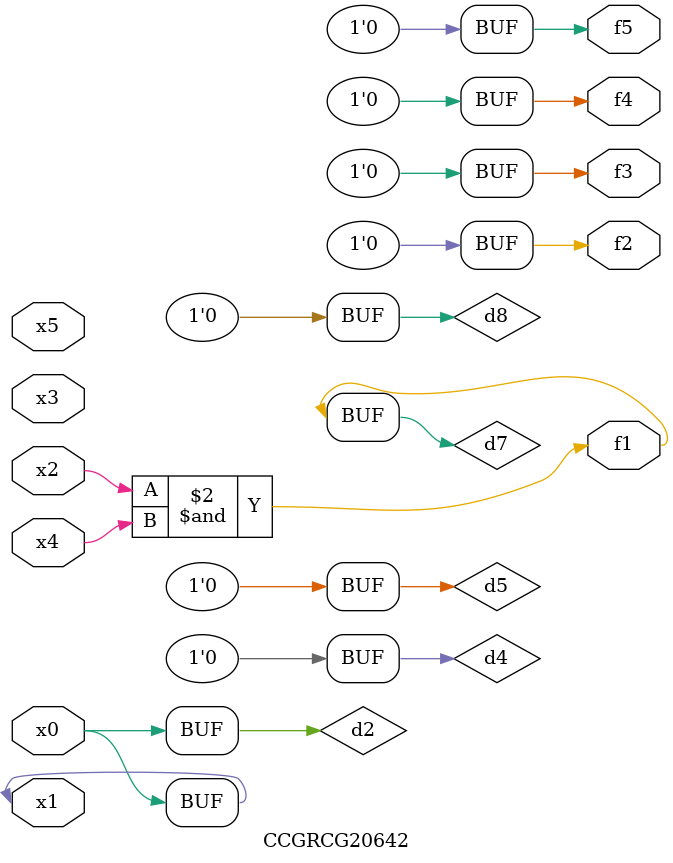
<source format=v>
module CCGRCG20642(
	input x0, x1, x2, x3, x4, x5,
	output f1, f2, f3, f4, f5
);

	wire d1, d2, d3, d4, d5, d6, d7, d8, d9;

	nand (d1, x1);
	buf (d2, x0, x1);
	nand (d3, x2, x4);
	and (d4, d1, d2);
	and (d5, d1, d2);
	nand (d6, d1, d3);
	not (d7, d3);
	xor (d8, d5);
	nor (d9, d5, d6);
	assign f1 = d7;
	assign f2 = d8;
	assign f3 = d8;
	assign f4 = d8;
	assign f5 = d8;
endmodule

</source>
